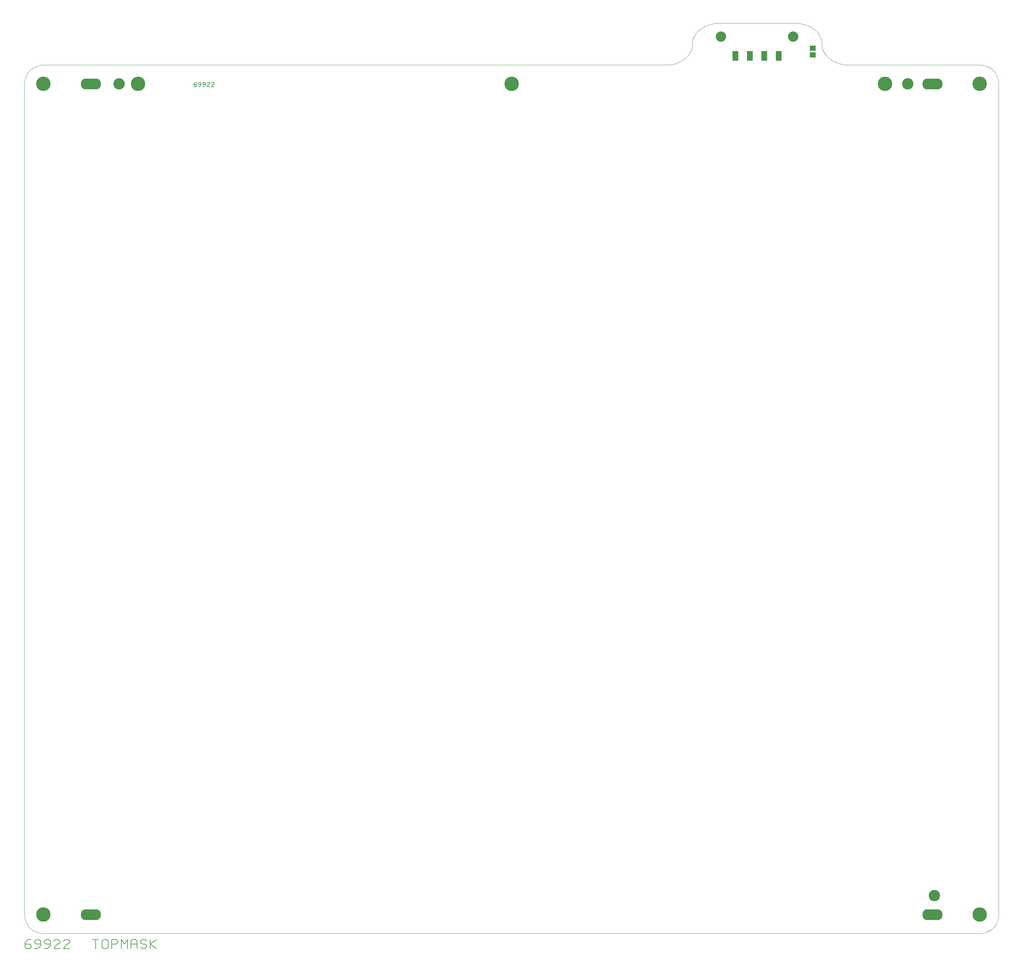
<source format=gbr>
*
%FSLAX26Y26*%
%MOIN*%
%ADD10R,0.064100X0.056200*%
%ADD11R,0.064100X0.103400*%
%ADD12C,0.149606*%
%ADD13C,0.107362*%
%ADD14C,0.007000*%
%ADD15C,0.118110*%
%ADD16C,0.088740*%
%ADD17C,0.001000*%
%ADD18C,0.008000*%
%IPPOS*%
%LNtopmask.gbr*%
%LPD*%
G75*
G54D10*
X8186000Y9121200D03*
G54D10*
Y9188100D03*
G54D11*
X7834500Y9109800D03*
G54D11*
X7684500D03*
G54D11*
X7534500D03*
G54D11*
X7384500D03*
G54D12*
X9921250Y196250D03*
G54D12*
X196850D03*
G54D12*
Y8818350D03*
G54D12*
X1181100D03*
G54D12*
X5059050D03*
G54D12*
X8937000D03*
G54D12*
X9921250D03*
G54D13*
X7984500Y9310600D03*
G54D13*
X7234500D03*
G54D14*
X1788619Y8833294D02*
X1776036D01*
X1763453Y8819055D01*
Y8797698D01*
X1769744Y8790578D01*
X1782327D01*
X1788619Y8797698D01*
Y8804817D01*
X1782327Y8811936D01*
X1763453D01*
X1808453Y8790578D02*
X1821036D01*
X1833619Y8804817D01*
Y8826174D01*
X1827327Y8833294D01*
X1814744D01*
X1808453Y8826174D01*
Y8819055D01*
X1814744Y8811936D01*
X1833619D01*
X1853453Y8790578D02*
X1866036D01*
X1878619Y8804817D01*
Y8826174D01*
X1872327Y8833294D01*
X1859744D01*
X1853453Y8826174D01*
Y8819055D01*
X1859744Y8811936D01*
X1878619D01*
X1898453Y8826174D02*
X1904744Y8833294D01*
X1917327D01*
X1923619Y8826174D01*
Y8819055D01*
X1917327Y8811936D01*
X1911036D01*
X1898453Y8790578D01*
X1923619D01*
X1943453Y8826174D02*
X1949744Y8833294D01*
X1962327D01*
X1968619Y8826174D01*
Y8819055D01*
X1962327Y8811936D01*
X1956036D01*
X1943453Y8790578D01*
X1968619D01*
G54D15*
X984252Y8818898D03*
X9173228D03*
X9448819Y393701D03*
G54D16*
X9370071Y206621D02*
X9370090Y187011D01*
X9488130D01*
X9488125Y206621D01*
X9370071D01*
X9370070Y8828818D02*
X9370074Y8809083D01*
X9488130D01*
X9488128Y8828818D01*
X9370070D01*
X629870D02*
X629874Y8809083D01*
X748030D01*
X748026Y8828818D01*
X629870D01*
X748004Y206621D02*
X629871D01*
X629896Y187011D01*
X748029D01*
X748004Y206621D01*
G54D17*
X8014396Y9448800D02*
X8023813Y9448399D01*
X8042398Y9447000D01*
X8051474Y9445903D01*
X8069401Y9443100D01*
X8078195Y9441301D01*
X8095500Y9437100D01*
X8104000Y9434699D01*
X8120382Y9429306D01*
X8128488Y9426305D01*
X8144094Y9419702D01*
X8151681Y9416208D01*
X8166285Y9408508D01*
X8173390Y9404405D01*
X8186983Y9395711D01*
X8193595Y9391103D01*
X8205997Y9381402D01*
X8212013Y9376388D01*
X8223192Y9365807D01*
X8228498Y9360302D01*
X8238393Y9349009D01*
X8243005Y9343094D01*
X8251493Y9331009D01*
X8255400Y9324700D01*
X8258915Y9318375D01*
G02X8268093Y9298720I-96418J-56994D01*
G01X8270807Y9291980D01*
X8273089Y9285234D01*
X8274904Y9278286D01*
G02X8279098Y9257018I-98460J-30463D01*
G01X8279997Y9249924D01*
X8280500Y9242578D01*
Y9227594D01*
X8280999Y9220209D01*
X8281901Y9212793D01*
G03X8286099Y9191002I129555J13660D01*
G01X8287999Y9183903D01*
X8290200Y9176901D01*
X8295599Y9163101D01*
X8298702Y9156396D01*
X8305697Y9143305D01*
X8309501Y9136899D01*
X8317998Y9124503D01*
X8322601Y9118399D01*
X8327612Y9112585D01*
G03X8343362Y9095735I118736J95198D01*
G01X8349099Y9090301D01*
X8355002Y9085098D01*
X8367492Y9075206D01*
X8374002Y9070399D01*
X8387598Y9061501D01*
X8394696Y9057302D01*
X8409395Y9049403D01*
X8416906Y9045698D01*
X8432598Y9039001D01*
X8440605Y9035898D01*
X8457097Y9030301D01*
X8465500Y9027900D01*
X8474217Y9025696D01*
G03X8500592Y9020301I61574J233873D01*
G01X8509500Y9018900D01*
X8518703Y9017800D01*
X8537200Y9016300D01*
X8546598Y9015900D01*
X9921186Y9015800D01*
X9959700Y9012000D01*
X9996599Y9000800D01*
X10030601Y8982599D01*
X10060399Y8958201D01*
X10084899Y8928302D01*
X10103100Y8894299D01*
X10114300Y8857402D01*
X10118100Y8818983D01*
X10118098Y196809D01*
X10114299Y158398D01*
X10103100Y121501D01*
X10084899Y87499D01*
X10060401Y57601D01*
X10030600Y33100D01*
X9996601Y15000D01*
X9959700Y3700D01*
X9921200Y0D01*
X196916D01*
X158400Y3700D01*
X121499Y15000D01*
X87499Y33100D01*
X57599Y57601D01*
X33201Y87499D01*
X14999Y121501D01*
X3800Y158398D01*
X0Y196817D01*
X2Y8818991D01*
X3801Y8857402D01*
X15000Y8894299D01*
X33201Y8928301D01*
X57601Y8958200D01*
X87498Y8982599D01*
X121501Y9000800D01*
X158399Y9012000D01*
X196897Y9015800D01*
X6675700D01*
X6684897Y9016200D01*
X6703008Y9017701D01*
X6711993Y9018799D01*
X6729500Y9021700D01*
X6738200Y9023500D01*
X6755102Y9027801D01*
X6763398Y9030300D01*
X6779501Y9035900D01*
X6787398Y9038899D01*
X6795018Y9042307D01*
G03X6814757Y9051936I-69918J168372D01*
G01X6824504Y9057302D01*
X6831399Y9061499D01*
X6844696Y9070497D01*
X6851096Y9075197D01*
X6863401Y9085201D01*
X6869198Y9090398D01*
X6880202Y9101303D01*
X6885400Y9106900D01*
X6895100Y9118600D01*
X6899602Y9124702D01*
X6907900Y9137201D01*
X6911701Y9143602D01*
X6918501Y9156801D01*
X6921599Y9163498D01*
X6926800Y9177299D01*
X6929100Y9184301D01*
X6932600Y9198599D01*
X6933999Y9205895D01*
X6935900Y9220702D01*
X6936300Y9228200D01*
X6936301Y9243184D01*
X6936801Y9250395D01*
X6938699Y9264795D01*
X6940198Y9271788D01*
X6943900Y9285700D01*
X6946204Y9292508D01*
X6951701Y9305802D01*
X6954902Y9312404D01*
X6961995Y9325092D01*
X6965893Y9331289D01*
X6974593Y9343390D01*
X6979291Y9349190D01*
X6989394Y9360592D01*
X6994805Y9366004D01*
X7006291Y9376591D01*
X7012281Y9381584D01*
X7024988Y9391291D01*
X7031710Y9395806D01*
X7045591Y9404494D01*
X7052796Y9408597D01*
X7067797Y9416299D01*
X7075499Y9419799D01*
X7091498Y9426400D01*
X7099699Y9429400D01*
X7116514Y9434804D01*
X7125085Y9437196D01*
X7142694Y9441298D01*
X7151694Y9443099D01*
X7169999Y9445900D01*
X7179296Y9446999D01*
X7198191Y9448399D01*
X7207803Y9448800D01*
X8014396D01*
G54D18*
X68927Y-64609D02*
X38464D01*
X8000Y-95073D01*
Y-140768D01*
X23232Y-156000D01*
X53695D01*
X68927Y-140768D01*
Y-125536D01*
X53695Y-110305D01*
X8000D01*
X108000Y-156000D02*
X138464D01*
X168927Y-125536D01*
Y-79841D01*
X153695Y-64609D01*
X123232D01*
X108000Y-79841D01*
Y-95073D01*
X123232Y-110305D01*
X168927D01*
X208000Y-156000D02*
X238464D01*
X268927Y-125536D01*
Y-79841D01*
X253695Y-64609D01*
X223232D01*
X208000Y-79841D01*
Y-95073D01*
X223232Y-110305D01*
X268927D01*
X308000Y-79841D02*
X323232Y-64609D01*
X353695D01*
X368927Y-79841D01*
Y-95073D01*
X353695Y-110305D01*
X338464D01*
X308000Y-156000D01*
X368927D01*
X408000Y-79841D02*
X423232Y-64609D01*
X453695D01*
X468927Y-79841D01*
Y-95073D01*
X453695Y-110305D01*
X438464D01*
X408000Y-156000D01*
X468927D01*
X708000Y-64609D02*
X768927D01*
X738464D02*
Y-156000D01*
X808000Y-140768D02*
Y-79841D01*
X823232Y-64609D01*
X853695D01*
X868927Y-79841D01*
Y-140768D01*
X853695Y-156000D01*
X823232D01*
X808000Y-140768D01*
X908000Y-156000D02*
Y-64609D01*
X953695D01*
X968927Y-79841D01*
Y-95073D01*
X953695Y-110305D01*
X908000D01*
X1008000Y-156000D02*
Y-64609D01*
X1038464Y-110305D01*
X1068927Y-64609D01*
Y-156000D01*
X1108000D02*
Y-79841D01*
X1123232Y-64609D01*
X1153695D01*
X1168927Y-79841D01*
Y-156000D01*
X1108000Y-110305D02*
X1168927D01*
X1208000Y-140768D02*
X1223232Y-156000D01*
X1253695D01*
X1268927Y-140768D01*
Y-125536D01*
X1253695Y-110305D01*
X1223232D01*
X1208000Y-95073D01*
Y-79841D01*
X1223232Y-64609D01*
X1253695D01*
X1268927Y-79841D01*
X1308000Y-64609D02*
Y-156000D01*
X1368927Y-64609D02*
X1308000Y-110305D01*
X1368927Y-156000D01*
M02*

</source>
